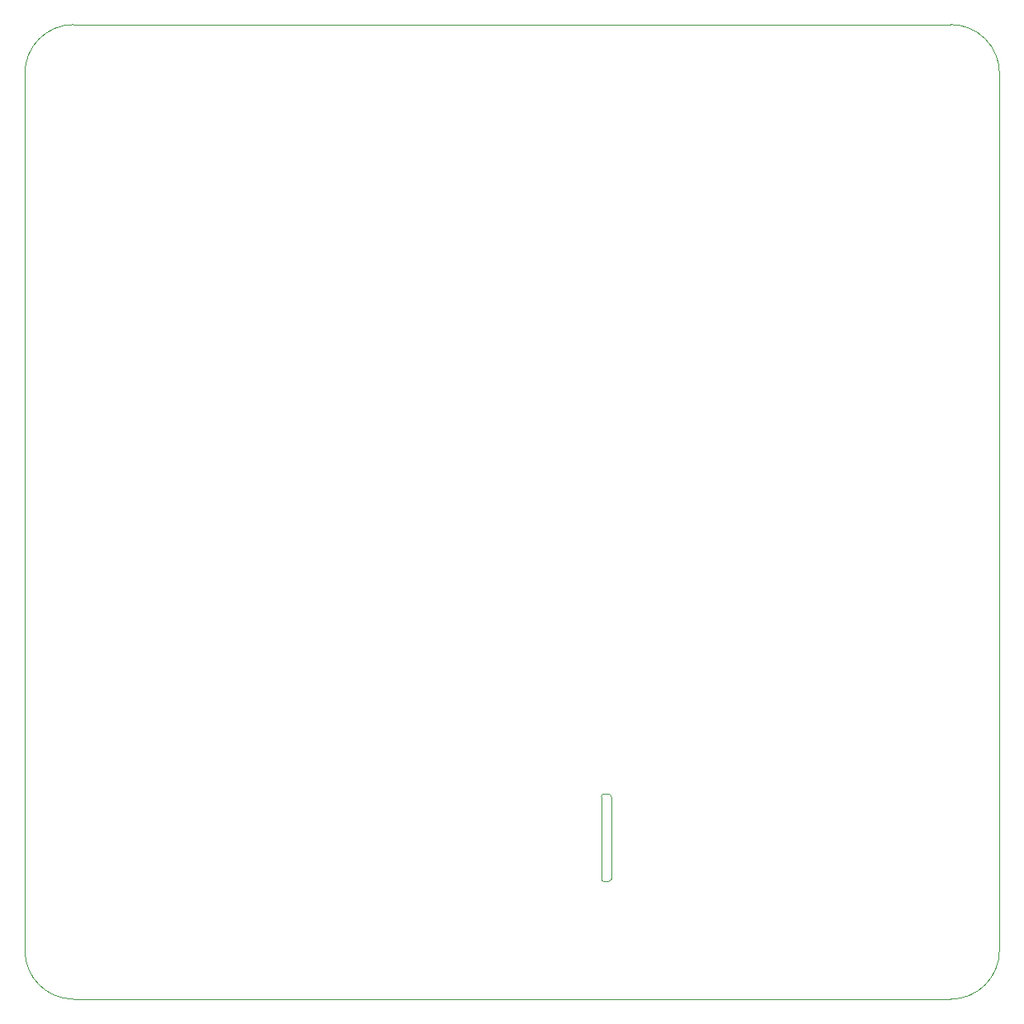
<source format=gm1>
G04 #@! TF.GenerationSoftware,KiCad,Pcbnew,(6.0.8)*
G04 #@! TF.CreationDate,2024-01-04T13:57:02-05:00*
G04 #@! TF.ProjectId,lb_mp1,6c625f6d-7031-42e6-9b69-6361645f7063,rev?*
G04 #@! TF.SameCoordinates,Original*
G04 #@! TF.FileFunction,Profile,NP*
%FSLAX46Y46*%
G04 Gerber Fmt 4.6, Leading zero omitted, Abs format (unit mm)*
G04 Created by KiCad (PCBNEW (6.0.8)) date 2024-01-04 13:57:02*
%MOMM*%
%LPD*%
G01*
G04 APERTURE LIST*
G04 #@! TA.AperFunction,Profile*
%ADD10C,0.100000*%
G04 #@! TD*
G04 APERTURE END LIST*
D10*
X99440000Y-141660000D02*
G75*
G03*
X104440000Y-146660000I5000000J0D01*
G01*
X158900000Y-125600000D02*
G75*
G03*
X158600000Y-125900000I0J-300000D01*
G01*
X158900000Y-125600000D02*
X159300000Y-125600000D01*
X158600000Y-125900000D02*
X158600000Y-134300000D01*
X194440000Y-46660000D02*
X104440000Y-46660000D01*
X199440000Y-51660000D02*
G75*
G03*
X194440000Y-46660000I-5000000J0D01*
G01*
X194440000Y-146660000D02*
G75*
G03*
X199440000Y-141660000I0J5000000D01*
G01*
X159300000Y-134600000D02*
G75*
G03*
X159600000Y-134300000I0J300000D01*
G01*
X199440000Y-141660000D02*
X199440000Y-51660000D01*
X159600000Y-125900000D02*
G75*
G03*
X159300000Y-125600000I-300000J0D01*
G01*
X104440000Y-146660000D02*
X194440000Y-146660000D01*
X158600000Y-134300000D02*
G75*
G03*
X158900000Y-134600000I300000J0D01*
G01*
X158900000Y-134600000D02*
X159300000Y-134600000D01*
X104440000Y-46660000D02*
G75*
G03*
X99440000Y-51660000I0J-5000000D01*
G01*
X99440000Y-51660000D02*
X99440000Y-141660000D01*
X159600000Y-134300000D02*
X159600000Y-125900000D01*
M02*

</source>
